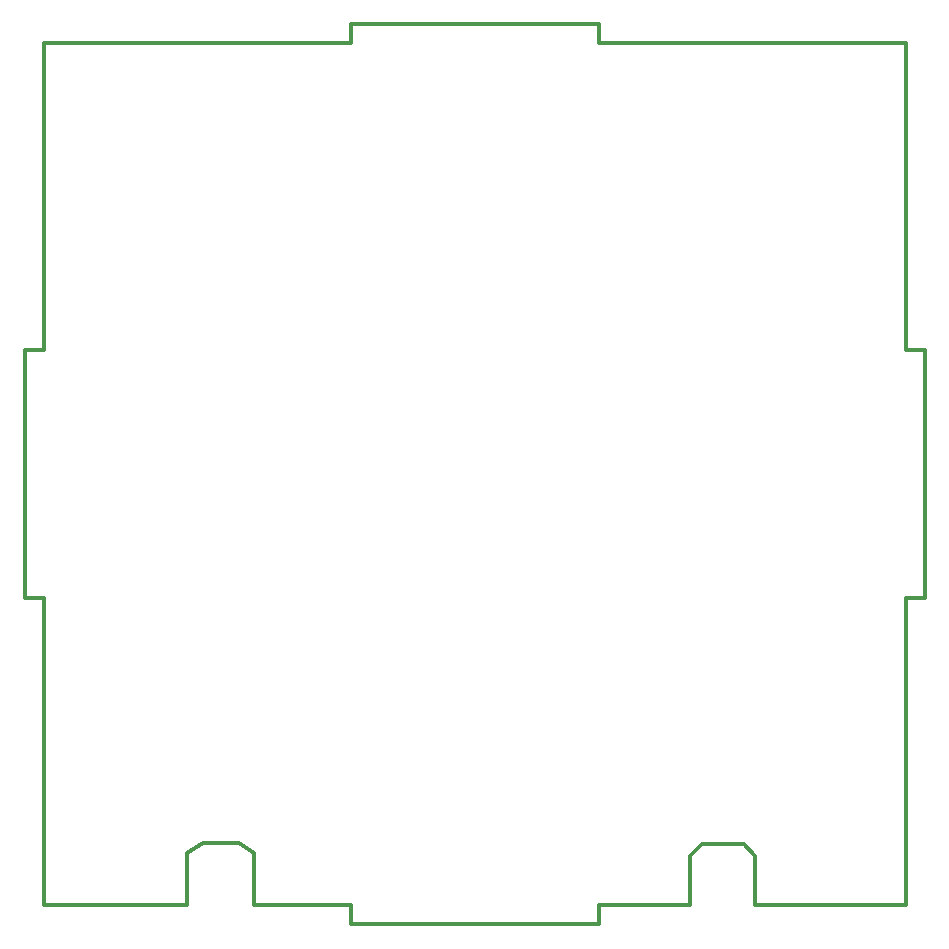
<source format=gbr>
%TF.GenerationSoftware,KiCad,Pcbnew,7.0.5-0*%
%TF.CreationDate,2024-04-21T20:23:49-04:00*%
%TF.ProjectId,swr_meter_divider,7377725f-6d65-4746-9572-5f6469766964,rev?*%
%TF.SameCoordinates,Original*%
%TF.FileFunction,Profile,NP*%
%FSLAX46Y46*%
G04 Gerber Fmt 4.6, Leading zero omitted, Abs format (unit mm)*
G04 Created by KiCad (PCBNEW 7.0.5-0) date 2024-04-21 20:23:49*
%MOMM*%
%LPD*%
G01*
G04 APERTURE LIST*
%TA.AperFunction,Profile*%
%ADD10C,0.349999*%
%TD*%
G04 APERTURE END LIST*
D10*
X147000000Y-27000000D02*
X173000000Y-27000000D01*
X173000000Y-52999999D01*
X174599999Y-52999999D01*
X174599999Y-74000000D01*
X173000000Y-74000000D01*
X173000000Y-100000000D01*
X166500000Y-100000000D01*
X160275542Y-100000000D01*
X160275542Y-95833627D01*
X159275542Y-94833627D01*
X155775542Y-94833627D01*
X154725542Y-95833627D01*
X154725542Y-100000000D01*
X147000000Y-100000000D01*
X147000000Y-101599998D01*
X126000000Y-101599998D01*
X126000000Y-100000000D01*
X117775542Y-100000000D01*
X117775542Y-95583627D01*
X116525542Y-94683627D01*
X113525542Y-94683627D01*
X112175542Y-95583627D01*
X112175542Y-100000000D01*
X100000000Y-100000000D01*
X100000000Y-74000000D01*
X98400002Y-74000000D01*
X98400002Y-52999999D01*
X100000000Y-52999999D01*
X100000000Y-27000000D01*
X126000000Y-27000000D01*
X126000000Y-25400000D01*
X147000000Y-25400000D01*
X147000000Y-27000000D01*
M02*

</source>
